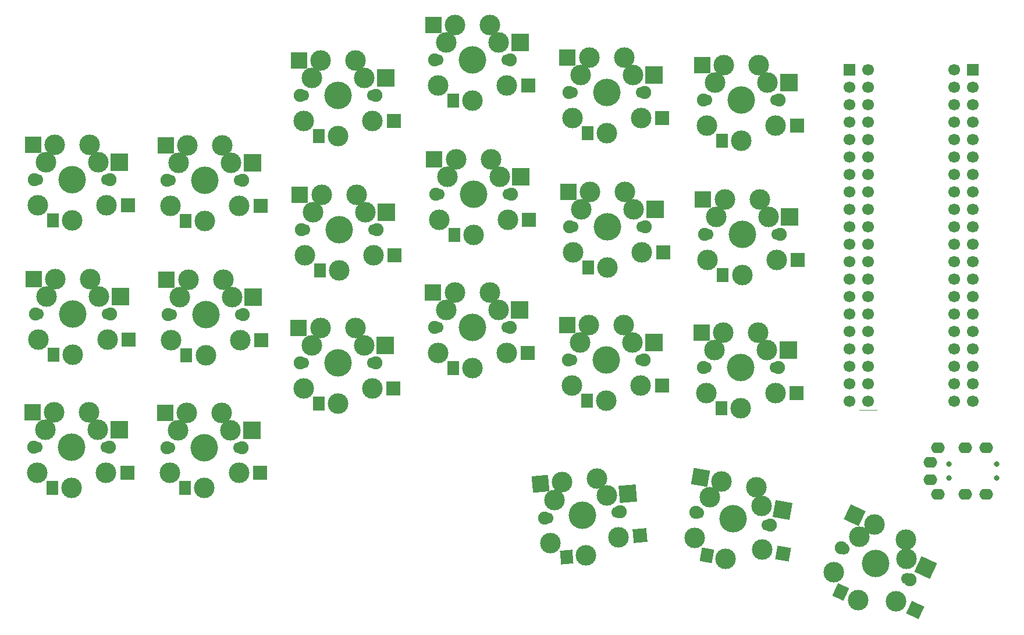
<source format=gbr>
%TF.GenerationSoftware,KiCad,Pcbnew,7.0.6*%
%TF.CreationDate,2023-08-11T19:59:34+07:00*%
%TF.ProjectId,keyboard_pcb,6b657962-6f61-4726-945f-7063622e6b69,rev1.0*%
%TF.SameCoordinates,Original*%
%TF.FileFunction,Soldermask,Top*%
%TF.FilePolarity,Negative*%
%FSLAX46Y46*%
G04 Gerber Fmt 4.6, Leading zero omitted, Abs format (unit mm)*
G04 Created by KiCad (PCBNEW 7.0.6) date 2023-08-11 19:59:34*
%MOMM*%
%LPD*%
G01*
G04 APERTURE LIST*
G04 Aperture macros list*
%AMRotRect*
0 Rectangle, with rotation*
0 The origin of the aperture is its center*
0 $1 length*
0 $2 width*
0 $3 Rotation angle, in degrees counterclockwise*
0 Add horizontal line*
21,1,$1,$2,0,0,$3*%
G04 Aperture macros list end*
%ADD10C,0.120000*%
%ADD11R,2.500000X2.500000*%
%ADD12R,1.800000X2.000000*%
%ADD13R,2.000000X2.000000*%
%ADD14R,2.400000X2.400000*%
%ADD15C,1.900000*%
%ADD16C,1.700000*%
%ADD17C,3.000000*%
%ADD18C,0.100000*%
%ADD19C,4.000000*%
%ADD20RotRect,2.400000X2.400000X350.000000*%
%ADD21RotRect,2.000000X2.000000X350.000000*%
%ADD22RotRect,1.800000X2.000000X350.000000*%
%ADD23RotRect,2.500000X2.500000X350.000000*%
%ADD24RotRect,2.400000X2.400000X335.000000*%
%ADD25RotRect,2.000000X2.000000X335.000000*%
%ADD26RotRect,1.800000X2.000000X335.000000*%
%ADD27RotRect,2.500000X2.500000X335.000000*%
%ADD28RotRect,2.400000X2.400000X5.000000*%
%ADD29RotRect,2.000000X2.000000X5.000000*%
%ADD30RotRect,1.800000X2.000000X5.000000*%
%ADD31RotRect,2.500000X2.500000X5.000000*%
%ADD32O,2.000000X1.600000*%
%ADD33C,0.800000*%
%ADD34R,1.700000X1.700000*%
G04 APERTURE END LIST*
D10*
%TO.C,U1*%
X207150000Y-96890000D02*
X209690000Y-96890000D01*
%TD*%
D11*
%TO.C,K03*%
X157776000Y-43433999D03*
D12*
X148076000Y-51874000D03*
D13*
X158976000Y-49674000D03*
D14*
X145176000Y-40894000D03*
D15*
X156376000Y-45974000D03*
D16*
X155956000Y-45974000D03*
D17*
X155876000Y-49674000D03*
D18*
X154701000Y-43394000D03*
D17*
X154686000Y-43434000D03*
X154686000Y-43434000D03*
X153416000Y-40894000D03*
X150876000Y-51874000D03*
D19*
X150876000Y-45974000D03*
D17*
X148336000Y-40894000D03*
X147066000Y-43433999D03*
D18*
X147051000Y-43394000D03*
D17*
X145876000Y-49674000D03*
D16*
X145796000Y-45974000D03*
D15*
X145376000Y-45974000D03*
%TD*%
%TO.C,K31*%
X183333557Y-111794935D03*
D16*
X183747177Y-111867867D03*
D17*
X183183463Y-115525548D03*
D18*
X185431123Y-109544992D03*
D17*
X185438949Y-109586988D03*
X187130721Y-107306110D03*
D19*
X188750000Y-112750000D03*
D17*
X187725476Y-118560366D03*
X192133544Y-108188243D03*
X192943184Y-110910188D03*
X192943184Y-110910188D03*
D18*
X192964902Y-110873400D03*
D17*
X193031541Y-117262030D03*
D16*
X193752823Y-113632133D03*
D15*
X194166443Y-113705065D03*
D20*
X184018729Y-106757382D03*
D21*
X196084445Y-117800339D03*
D22*
X184968014Y-118074151D03*
D23*
X195986240Y-111446760D03*
%TD*%
D15*
%TO.C,K32*%
X204516407Y-116955700D03*
D16*
X204897056Y-117133199D03*
D17*
X203405873Y-120520348D03*
D18*
X207124828Y-115325311D03*
D17*
X207121518Y-115367902D03*
X209345979Y-113602606D03*
D19*
X209501100Y-119280100D03*
D17*
X207007652Y-124627316D03*
X213950023Y-115749507D03*
X214027583Y-118588254D03*
X214027583Y-118588254D03*
D18*
X214058082Y-118558341D03*
D17*
X212468951Y-124746530D03*
D16*
X214105144Y-121427001D03*
D15*
X214485793Y-121604500D03*
D24*
X206482046Y-112267132D03*
D25*
X215278506Y-126056647D03*
D26*
X204469990Y-123443985D03*
D27*
X216828075Y-119894143D03*
%TD*%
D15*
%TO.C,K30*%
X161367329Y-112695857D03*
D16*
X161785731Y-112659251D03*
D17*
X162187903Y-116338199D03*
D18*
X162811093Y-109979688D03*
D17*
X162829523Y-110018228D03*
X163873314Y-107377207D03*
D19*
X166846400Y-112216500D03*
D17*
X167360619Y-118094049D03*
X168933983Y-106934455D03*
X170420526Y-109354102D03*
X170420526Y-109354102D03*
D18*
X170431983Y-109312947D03*
D17*
X172149850Y-115466642D03*
D16*
X171907069Y-111773749D03*
D15*
X172325471Y-111737143D03*
D28*
X160725339Y-107652619D03*
D29*
X175238053Y-115196459D03*
D30*
X164571274Y-118338085D03*
D31*
X173498768Y-109084790D03*
%TD*%
D11*
%TO.C,K25*%
X196830000Y-88203999D03*
D12*
X187130000Y-96644000D03*
D13*
X198030000Y-94444000D03*
D14*
X184230000Y-85664000D03*
D15*
X195430000Y-90744000D03*
D16*
X195010000Y-90744000D03*
D17*
X194930000Y-94444000D03*
D18*
X193755000Y-88164000D03*
D17*
X193740000Y-88204000D03*
X193740000Y-88204000D03*
X192470000Y-85664000D03*
X189930000Y-96644000D03*
D19*
X189930000Y-90744000D03*
D17*
X187390000Y-85664000D03*
X186120000Y-88203999D03*
D18*
X186105000Y-88164000D03*
D17*
X184930000Y-94444000D03*
D16*
X184850000Y-90744000D03*
D15*
X184430000Y-90744000D03*
%TD*%
D11*
%TO.C,K24*%
X177254000Y-87103999D03*
D12*
X167554000Y-95544000D03*
D13*
X178454000Y-93344000D03*
D14*
X164654000Y-84564000D03*
D15*
X175854000Y-89644000D03*
D16*
X175434000Y-89644000D03*
D17*
X175354000Y-93344000D03*
D18*
X174179000Y-87064000D03*
D17*
X174164000Y-87104000D03*
X174164000Y-87104000D03*
X172894000Y-84564000D03*
X170354000Y-95544000D03*
D19*
X170354000Y-89644000D03*
D17*
X167814000Y-84564000D03*
X166544000Y-87103999D03*
D18*
X166529000Y-87064000D03*
D17*
X165354000Y-93344000D03*
D16*
X165274000Y-89644000D03*
D15*
X164854000Y-89644000D03*
%TD*%
D11*
%TO.C,K23*%
X157730000Y-82357999D03*
D12*
X148030000Y-90798000D03*
D13*
X158930000Y-88598000D03*
D14*
X145130000Y-79818000D03*
D15*
X156330000Y-84898000D03*
D16*
X155910000Y-84898000D03*
D17*
X155830000Y-88598000D03*
D18*
X154655000Y-82318000D03*
D17*
X154640000Y-82358000D03*
X154640000Y-82358000D03*
X153370000Y-79818000D03*
X150830000Y-90798000D03*
D19*
X150830000Y-84898000D03*
D17*
X148290000Y-79818000D03*
X147020000Y-82357999D03*
D18*
X147005000Y-82318000D03*
D17*
X145830000Y-88598000D03*
D16*
X145750000Y-84898000D03*
D15*
X145330000Y-84898000D03*
%TD*%
D11*
%TO.C,K22*%
X138166000Y-87513999D03*
D12*
X128466000Y-95954000D03*
D13*
X139366000Y-93754000D03*
D14*
X125566000Y-84974000D03*
D15*
X136766000Y-90054000D03*
D16*
X136346000Y-90054000D03*
D17*
X136266000Y-93754000D03*
D18*
X135091000Y-87474000D03*
D17*
X135076000Y-87514000D03*
X135076000Y-87514000D03*
X133806000Y-84974000D03*
X131266000Y-95954000D03*
D19*
X131266000Y-90054000D03*
D17*
X128726000Y-84974000D03*
X127456000Y-87513999D03*
D18*
X127441000Y-87474000D03*
D17*
X126266000Y-93754000D03*
D16*
X126186000Y-90054000D03*
D15*
X125766000Y-90054000D03*
%TD*%
D11*
%TO.C,K21*%
X118767000Y-99849999D03*
D12*
X109067000Y-108290000D03*
D13*
X119967000Y-106090000D03*
D14*
X106167000Y-97310000D03*
D15*
X117367000Y-102390000D03*
D16*
X116947000Y-102390000D03*
D17*
X116867000Y-106090000D03*
D18*
X115692000Y-99810000D03*
D17*
X115677000Y-99850000D03*
X115677000Y-99850000D03*
X114407000Y-97310000D03*
X111867000Y-108290000D03*
D19*
X111867000Y-102390000D03*
D17*
X109327000Y-97310000D03*
X108057000Y-99849999D03*
D18*
X108042000Y-99810000D03*
D17*
X106867000Y-106090000D03*
D16*
X106787000Y-102390000D03*
D15*
X106367000Y-102390000D03*
%TD*%
D11*
%TO.C,K20*%
X99457000Y-99773999D03*
D12*
X89757000Y-108214000D03*
D13*
X100657000Y-106014000D03*
D14*
X86857000Y-97234000D03*
D15*
X98057000Y-102314000D03*
D16*
X97637000Y-102314000D03*
D17*
X97557000Y-106014000D03*
D18*
X96382000Y-99734000D03*
D17*
X96367000Y-99774000D03*
X96367000Y-99774000D03*
X95097000Y-97234000D03*
X92557000Y-108214000D03*
D19*
X92557000Y-102314000D03*
D17*
X90017000Y-97234000D03*
X88747000Y-99773999D03*
D18*
X88732000Y-99734000D03*
D17*
X87557000Y-106014000D03*
D16*
X87477000Y-102314000D03*
D15*
X87057000Y-102314000D03*
%TD*%
%TO.C,K15*%
X184604000Y-71374000D03*
D16*
X185024000Y-71374000D03*
D17*
X185104000Y-75074000D03*
D18*
X186279000Y-68794000D03*
D17*
X186294000Y-68833999D03*
X187564000Y-66294000D03*
D19*
X190104000Y-71374000D03*
D17*
X190104000Y-77274000D03*
X192644000Y-66294000D03*
X193914000Y-68834000D03*
X193914000Y-68834000D03*
D18*
X193929000Y-68794000D03*
D17*
X195104000Y-75074000D03*
D16*
X195184000Y-71374000D03*
D15*
X195604000Y-71374000D03*
D14*
X184404000Y-66294000D03*
D13*
X198204000Y-75074000D03*
D12*
X187304000Y-77274000D03*
D11*
X197004000Y-68833999D03*
%TD*%
D15*
%TO.C,K14*%
X165028000Y-70274000D03*
D16*
X165448000Y-70274000D03*
D17*
X165528000Y-73974000D03*
D18*
X166703000Y-67694000D03*
D17*
X166718000Y-67733999D03*
X167988000Y-65194000D03*
D19*
X170528000Y-70274000D03*
D17*
X170528000Y-76174000D03*
X173068000Y-65194000D03*
X174338000Y-67734000D03*
X174338000Y-67734000D03*
D18*
X174353000Y-67694000D03*
D17*
X175528000Y-73974000D03*
D16*
X175608000Y-70274000D03*
D15*
X176028000Y-70274000D03*
D14*
X164828000Y-65194000D03*
D13*
X178628000Y-73974000D03*
D12*
X167728000Y-76174000D03*
D11*
X177428000Y-67733999D03*
%TD*%
D15*
%TO.C,K13*%
X145504000Y-65528000D03*
D16*
X145924000Y-65528000D03*
D17*
X146004000Y-69228000D03*
D18*
X147179000Y-62948000D03*
D17*
X147194000Y-62987999D03*
X148464000Y-60448000D03*
D19*
X151004000Y-65528000D03*
D17*
X151004000Y-71428000D03*
X153544000Y-60448000D03*
X154814000Y-62988000D03*
X154814000Y-62988000D03*
D18*
X154829000Y-62948000D03*
D17*
X156004000Y-69228000D03*
D16*
X156084000Y-65528000D03*
D15*
X156504000Y-65528000D03*
D14*
X145304000Y-60448000D03*
D13*
X159104000Y-69228000D03*
D12*
X148204000Y-71428000D03*
D11*
X157904000Y-62987999D03*
%TD*%
D15*
%TO.C,K12*%
X125940000Y-70684000D03*
D16*
X126360000Y-70684000D03*
D17*
X126440000Y-74384000D03*
D18*
X127615000Y-68104000D03*
D17*
X127630000Y-68143999D03*
X128900000Y-65604000D03*
D19*
X131440000Y-70684000D03*
D17*
X131440000Y-76584000D03*
X133980000Y-65604000D03*
X135250000Y-68144000D03*
X135250000Y-68144000D03*
D18*
X135265000Y-68104000D03*
D17*
X136440000Y-74384000D03*
D16*
X136520000Y-70684000D03*
D15*
X136940000Y-70684000D03*
D14*
X125740000Y-65604000D03*
D13*
X139540000Y-74384000D03*
D12*
X128640000Y-76584000D03*
D11*
X138340000Y-68143999D03*
%TD*%
D15*
%TO.C,K11*%
X106541000Y-83020000D03*
D16*
X106961000Y-83020000D03*
D17*
X107041000Y-86720000D03*
D18*
X108216000Y-80440000D03*
D17*
X108231000Y-80479999D03*
X109501000Y-77940000D03*
D19*
X112041000Y-83020000D03*
D17*
X112041000Y-88920000D03*
X114581000Y-77940000D03*
X115851000Y-80480000D03*
X115851000Y-80480000D03*
D18*
X115866000Y-80440000D03*
D17*
X117041000Y-86720000D03*
D16*
X117121000Y-83020000D03*
D15*
X117541000Y-83020000D03*
D14*
X106341000Y-77940000D03*
D13*
X120141000Y-86720000D03*
D12*
X109241000Y-88920000D03*
D11*
X118941000Y-80479999D03*
%TD*%
D15*
%TO.C,K10*%
X87231000Y-82944000D03*
D16*
X87651000Y-82944000D03*
D17*
X87731000Y-86644000D03*
D18*
X88906000Y-80364000D03*
D17*
X88921000Y-80403999D03*
X90191000Y-77864000D03*
D19*
X92731000Y-82944000D03*
D17*
X92731000Y-88844000D03*
X95271000Y-77864000D03*
X96541000Y-80404000D03*
X96541000Y-80404000D03*
D18*
X96556000Y-80364000D03*
D17*
X97731000Y-86644000D03*
D16*
X97811000Y-82944000D03*
D15*
X98231000Y-82944000D03*
D14*
X87031000Y-77864000D03*
D13*
X100831000Y-86644000D03*
D12*
X89931000Y-88844000D03*
D11*
X99631000Y-80403999D03*
%TD*%
%TO.C,K05*%
X196876000Y-49279999D03*
D12*
X187176000Y-57720000D03*
D13*
X198076000Y-55520000D03*
D14*
X184276000Y-46740000D03*
D15*
X195476000Y-51820000D03*
D16*
X195056000Y-51820000D03*
D17*
X194976000Y-55520000D03*
D18*
X193801000Y-49240000D03*
D17*
X193786000Y-49280000D03*
X193786000Y-49280000D03*
X192516000Y-46740000D03*
X189976000Y-57720000D03*
D19*
X189976000Y-51820000D03*
D17*
X187436000Y-46740000D03*
X186166000Y-49279999D03*
D18*
X186151000Y-49240000D03*
D17*
X184976000Y-55520000D03*
D16*
X184896000Y-51820000D03*
D15*
X184476000Y-51820000D03*
%TD*%
D11*
%TO.C,K04*%
X177300000Y-48179999D03*
D12*
X167600000Y-56620000D03*
D13*
X178500000Y-54420000D03*
D14*
X164700000Y-45640000D03*
D15*
X175900000Y-50720000D03*
D16*
X175480000Y-50720000D03*
D17*
X175400000Y-54420000D03*
D18*
X174225000Y-48140000D03*
D17*
X174210000Y-48180000D03*
X174210000Y-48180000D03*
X172940000Y-45640000D03*
X170400000Y-56620000D03*
D19*
X170400000Y-50720000D03*
D17*
X167860000Y-45640000D03*
X166590000Y-48179999D03*
D18*
X166575000Y-48140000D03*
D17*
X165400000Y-54420000D03*
D16*
X165320000Y-50720000D03*
D15*
X164900000Y-50720000D03*
%TD*%
D11*
%TO.C,K02*%
X138212000Y-48589999D03*
D12*
X128512000Y-57030000D03*
D13*
X139412000Y-54830000D03*
D14*
X125612000Y-46050000D03*
D15*
X136812000Y-51130000D03*
D16*
X136392000Y-51130000D03*
D17*
X136312000Y-54830000D03*
D18*
X135137000Y-48550000D03*
D17*
X135122000Y-48590000D03*
X135122000Y-48590000D03*
X133852000Y-46050000D03*
X131312000Y-57030000D03*
D19*
X131312000Y-51130000D03*
D17*
X128772000Y-46050000D03*
X127502000Y-48589999D03*
D18*
X127487000Y-48550000D03*
D17*
X126312000Y-54830000D03*
D16*
X126232000Y-51130000D03*
D15*
X125812000Y-51130000D03*
%TD*%
D11*
%TO.C,K01*%
X118813000Y-60925999D03*
D12*
X109113000Y-69366000D03*
D13*
X120013000Y-67166000D03*
D14*
X106213000Y-58386000D03*
D15*
X117413000Y-63466000D03*
D16*
X116993000Y-63466000D03*
D17*
X116913000Y-67166000D03*
D18*
X115738000Y-60886000D03*
D17*
X115723000Y-60926000D03*
X115723000Y-60926000D03*
X114453000Y-58386000D03*
X111913000Y-69366000D03*
D19*
X111913000Y-63466000D03*
D17*
X109373000Y-58386000D03*
X108103000Y-60925999D03*
D18*
X108088000Y-60886000D03*
D17*
X106913000Y-67166000D03*
D16*
X106833000Y-63466000D03*
D15*
X106413000Y-63466000D03*
%TD*%
D11*
%TO.C,K00*%
X99503000Y-60849999D03*
D12*
X89803000Y-69290000D03*
D13*
X100703000Y-67090000D03*
D14*
X86903000Y-58310000D03*
D15*
X98103000Y-63390000D03*
D16*
X97683000Y-63390000D03*
D17*
X97603000Y-67090000D03*
D18*
X96428000Y-60810000D03*
D17*
X96413000Y-60850000D03*
X96413000Y-60850000D03*
X95143000Y-58310000D03*
X92603000Y-69290000D03*
D19*
X92603000Y-63390000D03*
D17*
X90063000Y-58310000D03*
X88793000Y-60849999D03*
D18*
X88778000Y-60810000D03*
D17*
X87603000Y-67090000D03*
D16*
X87523000Y-63390000D03*
D15*
X87103000Y-63390000D03*
%TD*%
D32*
%TO.C,J1*%
X225580000Y-102444000D03*
X222580000Y-109144000D03*
X222580000Y-102444000D03*
X225580000Y-109144000D03*
X218580000Y-102444000D03*
X218580000Y-109144000D03*
X217480000Y-107044000D03*
X217480000Y-104544000D03*
D33*
X227180000Y-104744000D03*
X220180000Y-106844000D03*
X220180000Y-104744000D03*
X227180000Y-106844000D03*
%TD*%
D16*
%TO.C,U1*%
X221000000Y-47380000D03*
X208420000Y-47360000D03*
X221000000Y-49920000D03*
X208420000Y-49900000D03*
X221000000Y-52460000D03*
X208420000Y-52440000D03*
X208420000Y-54980000D03*
X221000000Y-55000000D03*
X221000000Y-57540000D03*
X208420000Y-57520000D03*
X208420000Y-60060000D03*
X221000000Y-60080000D03*
X208420000Y-62600000D03*
X221000000Y-62620000D03*
X221000000Y-65160000D03*
X208420000Y-65140000D03*
X221000000Y-67700000D03*
X208420000Y-67680000D03*
X208420000Y-70220000D03*
X221000000Y-70240000D03*
X221000000Y-72780000D03*
X208420000Y-72760000D03*
X221000000Y-75320000D03*
X208420000Y-75300000D03*
X208420000Y-77840000D03*
X221000000Y-77860000D03*
X208420000Y-80380000D03*
X221000000Y-80400000D03*
X208420000Y-82920000D03*
X221000000Y-82940000D03*
X208420000Y-85460000D03*
X221000000Y-85480000D03*
X208420000Y-88000000D03*
X221000000Y-88020000D03*
X221000000Y-90560000D03*
X208420000Y-90540000D03*
X221000000Y-93100000D03*
X208420000Y-93080000D03*
X208420000Y-95620000D03*
X221000000Y-95640000D03*
X205760000Y-95640000D03*
X223660000Y-95620000D03*
X205760000Y-93100000D03*
X223660000Y-93080000D03*
X223660000Y-90540000D03*
X205760000Y-90560000D03*
X205760000Y-88020000D03*
X223660000Y-88000000D03*
X205760000Y-85480000D03*
X223660000Y-85460000D03*
X223660000Y-82920000D03*
X205760000Y-82940000D03*
X223660000Y-80380000D03*
X205760000Y-80400000D03*
X205760000Y-77860000D03*
X223660000Y-77840000D03*
X223660000Y-75300000D03*
X205760000Y-75320000D03*
X223660000Y-72760000D03*
X205760000Y-72780000D03*
X205760000Y-70240000D03*
X223660000Y-70220000D03*
X223660000Y-67680000D03*
X205760000Y-67700000D03*
X205760000Y-65160000D03*
X223660000Y-65140000D03*
X205760000Y-62620000D03*
X223660000Y-62600000D03*
X205760000Y-60080000D03*
X223660000Y-60060000D03*
X223660000Y-57520000D03*
X205760000Y-57540000D03*
X205760000Y-55000000D03*
X223660000Y-54980000D03*
X223660000Y-52440000D03*
X205760000Y-52460000D03*
X205760000Y-49920000D03*
X223660000Y-49900000D03*
D34*
X223660000Y-47360000D03*
X205760000Y-47380000D03*
%TD*%
M02*

</source>
